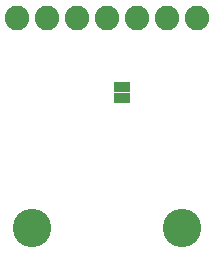
<source format=gbr>
G04 EAGLE Gerber RS-274X export*
G75*
%MOMM*%
%FSLAX34Y34*%
%LPD*%
%INSoldermask Bottom*%
%IPPOS*%
%AMOC8*
5,1,8,0,0,1.08239X$1,22.5*%
G01*
%ADD10C,2.082800*%
%ADD11R,1.473200X0.838200*%
%ADD12C,3.251200*%


D10*
X12700Y203200D03*
X38100Y203200D03*
X63500Y203200D03*
X88900Y203200D03*
X114300Y203200D03*
X139700Y203200D03*
X165100Y203200D03*
D11*
X101600Y135200D03*
X101600Y144200D03*
D12*
X152400Y25400D03*
X25400Y25400D03*
M02*

</source>
